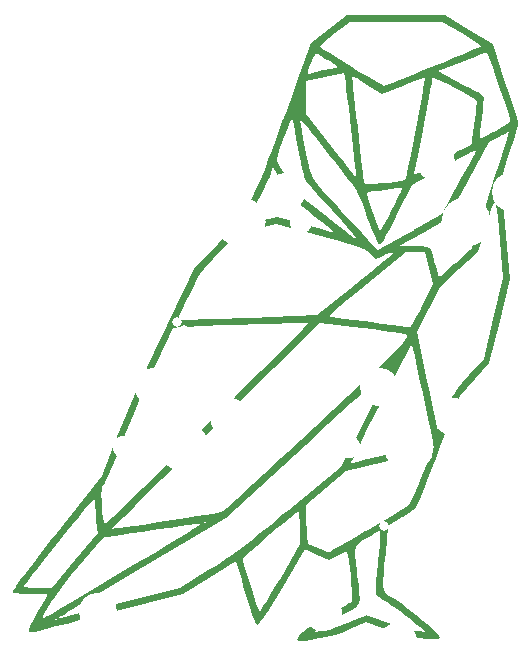
<source format=gbr>
%TF.GenerationSoftware,KiCad,Pcbnew,(6.0.6-0)*%
%TF.CreationDate,2022-08-16T09:08:47-07:00*%
%TF.ProjectId,purple-owl,70757270-6c65-42d6-9f77-6c2e6b696361,1.0*%
%TF.SameCoordinates,Original*%
%TF.FileFunction,Legend,Bot*%
%TF.FilePolarity,Positive*%
%FSLAX46Y46*%
G04 Gerber Fmt 4.6, Leading zero omitted, Abs format (unit mm)*
G04 Created by KiCad (PCBNEW (6.0.6-0)) date 2022-08-16 09:08:47*
%MOMM*%
%LPD*%
G01*
G04 APERTURE LIST*
G04 Aperture macros list*
%AMRoundRect*
0 Rectangle with rounded corners*
0 $1 Rounding radius*
0 $2 $3 $4 $5 $6 $7 $8 $9 X,Y pos of 4 corners*
0 Add a 4 corners polygon primitive as box body*
4,1,4,$2,$3,$4,$5,$6,$7,$8,$9,$2,$3,0*
0 Add four circle primitives for the rounded corners*
1,1,$1+$1,$2,$3*
1,1,$1+$1,$4,$5*
1,1,$1+$1,$6,$7*
1,1,$1+$1,$8,$9*
0 Add four rect primitives between the rounded corners*
20,1,$1+$1,$2,$3,$4,$5,0*
20,1,$1+$1,$4,$5,$6,$7,0*
20,1,$1+$1,$6,$7,$8,$9,0*
20,1,$1+$1,$8,$9,$2,$3,0*%
G04 Aperture macros list end*
%ADD10C,1.600000*%
%ADD11C,3.248000*%
%ADD12C,1.901800*%
%ADD13C,4.187800*%
%ADD14RoundRect,0.450000X0.400000X-0.350000X0.400000X0.350000X-0.400000X0.350000X-0.400000X-0.350000X0*%
%ADD15C,0.800000*%
G04 APERTURE END LIST*
%TO.C,G\u002A\u002A\u002A*%
G36*
X106020122Y-148457293D02*
G01*
X106680294Y-148025584D01*
X107423099Y-147589225D01*
X107747468Y-147412780D01*
X108338397Y-147096041D01*
X108844864Y-146819244D01*
X109223150Y-146606687D01*
X109429536Y-146482670D01*
X109452870Y-146464896D01*
X109474886Y-146306299D01*
X109466469Y-145949078D01*
X109433245Y-145445044D01*
X109380838Y-144846009D01*
X109314873Y-144203781D01*
X109240976Y-143570173D01*
X109164771Y-142996995D01*
X109091883Y-142536057D01*
X109027937Y-142239171D01*
X108984904Y-142154493D01*
X108808400Y-142221845D01*
X108486574Y-142383371D01*
X108189681Y-142547222D01*
X107524715Y-142927677D01*
X106499025Y-142481667D01*
X105473334Y-142035657D01*
X103582748Y-145218294D01*
X102939114Y-146288884D01*
X102407903Y-147144656D01*
X101991425Y-147782119D01*
X101691987Y-148197779D01*
X101511899Y-148388145D01*
X101478757Y-148400932D01*
X101342472Y-148318003D01*
X101191785Y-148050097D01*
X101012500Y-147568536D01*
X100914613Y-147261188D01*
X100726141Y-146650678D01*
X100493451Y-145899782D01*
X100250120Y-145116741D01*
X100085159Y-144587326D01*
X99606442Y-143053209D01*
X97353507Y-144433298D01*
X95100572Y-145813388D01*
X88779014Y-147432801D01*
X87535429Y-147750451D01*
X86365623Y-148047475D01*
X85294389Y-148317704D01*
X84346520Y-148554966D01*
X83546810Y-148753091D01*
X82920052Y-148905908D01*
X82491041Y-149007247D01*
X82284568Y-149050937D01*
X82272205Y-149052214D01*
X82133591Y-149003199D01*
X82106648Y-148840017D01*
X82199440Y-148538463D01*
X82420030Y-148074332D01*
X82490836Y-147945034D01*
X84301314Y-147945034D01*
X84366442Y-148010162D01*
X84431571Y-147945034D01*
X84366442Y-147879906D01*
X84301314Y-147945034D01*
X82490836Y-147945034D01*
X82530973Y-147871741D01*
X84580368Y-147871741D01*
X84611375Y-147879852D01*
X84616219Y-147879906D01*
X84761667Y-147848565D01*
X85132065Y-147759117D01*
X85700083Y-147618425D01*
X86438388Y-147433350D01*
X87319651Y-147210755D01*
X88316539Y-146957501D01*
X89401723Y-146680452D01*
X89813023Y-146575113D01*
X94903333Y-145270319D01*
X97278996Y-143807164D01*
X97903070Y-143417856D01*
X98478566Y-143045882D01*
X98869995Y-142780776D01*
X100201247Y-142780776D01*
X100233771Y-142981646D01*
X100330669Y-143363472D01*
X100476985Y-143879216D01*
X100657762Y-144481837D01*
X100858046Y-145124298D01*
X101062880Y-145759558D01*
X101257308Y-146340578D01*
X101426374Y-146820319D01*
X101555122Y-147151742D01*
X101628597Y-147287807D01*
X101634373Y-147288217D01*
X101724619Y-147164061D01*
X101927787Y-146846156D01*
X102224919Y-146365418D01*
X102597058Y-145752763D01*
X103025246Y-145039108D01*
X103395075Y-144416810D01*
X105059240Y-141605065D01*
X105024744Y-140216075D01*
X105006937Y-139644456D01*
X104985602Y-139178722D01*
X104963714Y-138874446D01*
X104948140Y-138784914D01*
X104833586Y-138843887D01*
X104556597Y-139046516D01*
X104150588Y-139364674D01*
X103648972Y-139770232D01*
X103085166Y-140235063D01*
X102492583Y-140731039D01*
X101904637Y-141230032D01*
X101354744Y-141703913D01*
X100876318Y-142124555D01*
X100502774Y-142463831D01*
X100267526Y-142693612D01*
X100201247Y-142780776D01*
X98869995Y-142780776D01*
X99035000Y-142669022D01*
X99601888Y-142265054D01*
X100208746Y-141811756D01*
X100885091Y-141286908D01*
X101660439Y-140668289D01*
X102564305Y-139933677D01*
X103626208Y-139060850D01*
X104067006Y-138696829D01*
X104609841Y-138248130D01*
X105533109Y-138248130D01*
X105547246Y-139123761D01*
X105569014Y-139735678D01*
X105610119Y-140385267D01*
X105644939Y-140769584D01*
X105728494Y-141539775D01*
X106575160Y-141904372D01*
X106998341Y-142084713D01*
X107316246Y-142216634D01*
X107464454Y-142273437D01*
X107466927Y-142273924D01*
X107586381Y-142211926D01*
X107901910Y-142034253D01*
X108385048Y-141757319D01*
X109007327Y-141397536D01*
X109740280Y-140971318D01*
X110555439Y-140495079D01*
X110759600Y-140375482D01*
X111603579Y-139878422D01*
X112382816Y-139414917D01*
X113066371Y-139003732D01*
X113623305Y-138663633D01*
X114022676Y-138413383D01*
X114233546Y-138271750D01*
X114249579Y-138258816D01*
X114359215Y-138088453D01*
X114535007Y-137732052D01*
X114758195Y-137236081D01*
X115010021Y-136647009D01*
X115271724Y-136011306D01*
X115524545Y-135375439D01*
X115749723Y-134785879D01*
X115928500Y-134289093D01*
X116042116Y-133931550D01*
X116071811Y-133759720D01*
X116068446Y-133753363D01*
X115932578Y-133768617D01*
X115576444Y-133839243D01*
X115032635Y-133957925D01*
X114333741Y-134117346D01*
X113512355Y-134310188D01*
X112601067Y-134529136D01*
X112458856Y-134563723D01*
X108904691Y-135429509D01*
X107218900Y-136838819D01*
X105533109Y-138248130D01*
X104609841Y-138248130D01*
X108479354Y-135049650D01*
X108645662Y-134724009D01*
X109360733Y-134724009D01*
X109500763Y-134693811D01*
X109860104Y-134608648D01*
X110405311Y-134476665D01*
X111102940Y-134306006D01*
X111919550Y-134104816D01*
X112821696Y-133881240D01*
X112846533Y-133875067D01*
X113747638Y-133650208D01*
X114561175Y-133445494D01*
X115254300Y-133269329D01*
X115794168Y-133130116D01*
X116147935Y-133036258D01*
X116282756Y-132996157D01*
X116283101Y-132995837D01*
X116265775Y-132861423D01*
X116200567Y-132509186D01*
X116095248Y-131975802D01*
X115957589Y-131297947D01*
X115795358Y-130512297D01*
X115616328Y-129655528D01*
X115428267Y-128764316D01*
X115238947Y-127875338D01*
X115056138Y-127025269D01*
X114887610Y-126250785D01*
X114741133Y-125588562D01*
X114624478Y-125075277D01*
X114545416Y-124747606D01*
X114513231Y-124642033D01*
X114441182Y-124739224D01*
X114264418Y-125046040D01*
X113995185Y-125539330D01*
X113645730Y-126195941D01*
X113228303Y-126992719D01*
X112755150Y-127906510D01*
X112238518Y-128914163D01*
X111865517Y-129647293D01*
X111329318Y-130707481D01*
X110834071Y-131692622D01*
X110391361Y-132579231D01*
X110012774Y-133343828D01*
X109709896Y-133962928D01*
X109494314Y-134413050D01*
X109377612Y-134670711D01*
X109360733Y-134724009D01*
X108645662Y-134724009D01*
X110674617Y-130751188D01*
X111284391Y-129548591D01*
X111780687Y-128551190D01*
X112161475Y-127763332D01*
X112424723Y-127189364D01*
X112568400Y-126833632D01*
X112590475Y-126700484D01*
X112561489Y-126713239D01*
X112416007Y-126843448D01*
X112095340Y-127135466D01*
X111615711Y-127574385D01*
X110993343Y-128145294D01*
X110244458Y-128833284D01*
X109385280Y-129623444D01*
X108432032Y-130500865D01*
X107400937Y-131450637D01*
X106308216Y-132457850D01*
X105520247Y-133184559D01*
X98787397Y-139395367D01*
X91772304Y-143528830D01*
X90302729Y-144394942D01*
X89042424Y-145138346D01*
X87976077Y-145768351D01*
X87088373Y-146294268D01*
X86364001Y-146725409D01*
X85787647Y-147071083D01*
X85343997Y-147340602D01*
X85017740Y-147543276D01*
X84793561Y-147688417D01*
X84656149Y-147785334D01*
X84590189Y-147843338D01*
X84580368Y-147871741D01*
X82530973Y-147871741D01*
X82572954Y-147795080D01*
X83259358Y-147795080D01*
X83356107Y-147807886D01*
X83597014Y-147703235D01*
X83682596Y-147654813D01*
X83871515Y-147543120D01*
X84263046Y-147311832D01*
X84835457Y-146973781D01*
X85567018Y-146541798D01*
X86435997Y-146028715D01*
X87420661Y-145447362D01*
X88499280Y-144810572D01*
X89650121Y-144131177D01*
X90476420Y-143643392D01*
X91644605Y-142951609D01*
X92738794Y-142299401D01*
X93739578Y-141698625D01*
X94627549Y-141161138D01*
X95383297Y-140698796D01*
X95987416Y-140323456D01*
X96420495Y-140046976D01*
X96663126Y-139881211D01*
X96707991Y-139836491D01*
X96548950Y-139843642D01*
X96164979Y-139886014D01*
X95588639Y-139959260D01*
X94852492Y-140059034D01*
X93989098Y-140180990D01*
X93031018Y-140320783D01*
X92611682Y-140383250D01*
X91623794Y-140530660D01*
X90717259Y-140664711D01*
X89924617Y-140780687D01*
X89278410Y-140873871D01*
X88811177Y-140939550D01*
X88555459Y-140973007D01*
X88519096Y-140976316D01*
X88381232Y-141074431D01*
X88110834Y-141347675D01*
X87733828Y-141764399D01*
X87276138Y-142292955D01*
X86763689Y-142901692D01*
X86222408Y-143558961D01*
X85678220Y-144233114D01*
X85157050Y-144892499D01*
X84684823Y-145505470D01*
X84287465Y-146040375D01*
X83990900Y-146465566D01*
X83883803Y-146635022D01*
X83611732Y-147103460D01*
X83399652Y-147489736D01*
X83277457Y-147738316D01*
X83259358Y-147795080D01*
X82572954Y-147795080D01*
X82776482Y-147423419D01*
X82868494Y-147262228D01*
X83170461Y-146731884D01*
X83418193Y-146289034D01*
X83586453Y-145979346D01*
X83650002Y-145848491D01*
X83650032Y-145847982D01*
X83528530Y-145827042D01*
X83199027Y-145810110D01*
X82714025Y-145799093D01*
X82213123Y-145795803D01*
X81541549Y-145787706D01*
X81092743Y-145760453D01*
X80829376Y-145709606D01*
X80714119Y-145630726D01*
X80707507Y-145616753D01*
X80771575Y-145477195D01*
X80961824Y-145189616D01*
X81653293Y-145189616D01*
X81802836Y-145239321D01*
X82141162Y-145266033D01*
X82702243Y-145274711D01*
X82773712Y-145274778D01*
X84013392Y-145274778D01*
X85957888Y-142962726D01*
X87902384Y-140650675D01*
X87875490Y-140336047D01*
X89055673Y-140336047D01*
X89576699Y-140256395D01*
X89832231Y-140217687D01*
X90309550Y-140145730D01*
X90972809Y-140045912D01*
X91786162Y-139923625D01*
X92713765Y-139784259D01*
X93015985Y-139738880D01*
X96936186Y-139738880D01*
X97001314Y-139804009D01*
X97066442Y-139738880D01*
X97001314Y-139673752D01*
X96936186Y-139738880D01*
X93015985Y-139738880D01*
X93719772Y-139633205D01*
X94218809Y-139558305D01*
X95374284Y-139383518D01*
X96300368Y-139239273D01*
X97025616Y-139119633D01*
X97578584Y-139018658D01*
X97987827Y-138930411D01*
X98281899Y-138848953D01*
X98489356Y-138768346D01*
X98638753Y-138682651D01*
X98716407Y-138622964D01*
X98871030Y-138485137D01*
X99201289Y-138184924D01*
X99691494Y-137736746D01*
X100325955Y-137155027D01*
X101088981Y-136454187D01*
X101964882Y-135648649D01*
X102937969Y-134752834D01*
X103992550Y-133781166D01*
X105112937Y-132748066D01*
X106283437Y-131667956D01*
X106389856Y-131569715D01*
X107836234Y-130232749D01*
X109100455Y-129059831D01*
X110193306Y-128039964D01*
X111125569Y-127162151D01*
X111908029Y-126415394D01*
X112551470Y-125788694D01*
X113066675Y-125271055D01*
X113464429Y-124851478D01*
X113755516Y-124518966D01*
X113950719Y-124262520D01*
X114060823Y-124071144D01*
X114096612Y-123933838D01*
X114068869Y-123839607D01*
X114015932Y-123792455D01*
X113857363Y-123756116D01*
X113474633Y-123693597D01*
X112902237Y-123609770D01*
X112737624Y-123587085D01*
X114947310Y-123587085D01*
X115808671Y-127787613D01*
X116017485Y-128794384D01*
X116212897Y-129714596D01*
X116388219Y-130518434D01*
X116536762Y-131176084D01*
X116651838Y-131657731D01*
X116726758Y-131933561D01*
X116751032Y-131988382D01*
X116824417Y-131873761D01*
X116969317Y-131559312D01*
X117166589Y-131089439D01*
X117397094Y-130508543D01*
X117464321Y-130333778D01*
X117722735Y-129668921D01*
X117938044Y-129167225D01*
X118151874Y-128760838D01*
X118405854Y-128381912D01*
X118741611Y-127962596D01*
X119200773Y-127435041D01*
X119337167Y-127281168D01*
X120577724Y-125883405D01*
X121401989Y-122488582D01*
X122226254Y-119093760D01*
X121946415Y-115934782D01*
X121845250Y-114817529D01*
X121760406Y-113940870D01*
X121689268Y-113285577D01*
X121629224Y-112832419D01*
X121577660Y-112562168D01*
X121531962Y-112455593D01*
X121489516Y-112493466D01*
X121481641Y-112515291D01*
X121429953Y-112677670D01*
X121313962Y-113044482D01*
X121147576Y-113571666D01*
X120944704Y-114215158D01*
X120782450Y-114730210D01*
X120125936Y-116814874D01*
X118488493Y-118295668D01*
X116851050Y-119776463D01*
X114947310Y-123587085D01*
X112737624Y-123587085D01*
X112174668Y-123509505D01*
X111326421Y-123397675D01*
X110391990Y-123279152D01*
X110303682Y-123268179D01*
X106720603Y-122823734D01*
X98930189Y-130522645D01*
X97716263Y-131722641D01*
X96535293Y-132890690D01*
X95403335Y-134010877D01*
X94336445Y-135067283D01*
X93350679Y-136043991D01*
X92462092Y-136925085D01*
X91686741Y-137694647D01*
X91040680Y-138336760D01*
X90539966Y-138835508D01*
X90200655Y-139174973D01*
X90097724Y-139278801D01*
X89055673Y-140336047D01*
X87875490Y-140336047D01*
X87796610Y-139413239D01*
X87746494Y-138834980D01*
X87700989Y-138324180D01*
X87667043Y-137958219D01*
X87656844Y-137856257D01*
X87621880Y-137803765D01*
X87527889Y-137844267D01*
X87361291Y-137993331D01*
X87108505Y-138266529D01*
X86755950Y-138679431D01*
X86290046Y-139247607D01*
X85697213Y-139986627D01*
X84963869Y-140912063D01*
X84702972Y-141242923D01*
X84028444Y-142099232D01*
X83402118Y-142894592D01*
X82842965Y-143604895D01*
X82369956Y-144206032D01*
X82002060Y-144673896D01*
X81758247Y-144984376D01*
X81658561Y-145111957D01*
X81653293Y-145189616D01*
X80961824Y-145189616D01*
X80986985Y-145151582D01*
X81341343Y-144656482D01*
X81822249Y-144008464D01*
X82417309Y-143224095D01*
X83114123Y-142319945D01*
X83900297Y-141312581D01*
X84456467Y-140606357D01*
X86991819Y-137397811D01*
X88229055Y-137397811D01*
X88254685Y-137931089D01*
X88272123Y-138215475D01*
X88314264Y-138813719D01*
X88359372Y-139331928D01*
X88401214Y-139704133D01*
X88426117Y-139845741D01*
X88479036Y-139846885D01*
X88618457Y-139755868D01*
X88852961Y-139564462D01*
X89191127Y-139264437D01*
X89641535Y-138847565D01*
X90212765Y-138305617D01*
X90913397Y-137630363D01*
X91752010Y-136813576D01*
X92737183Y-135847025D01*
X93877498Y-134722482D01*
X95181532Y-133431719D01*
X96657867Y-131966506D01*
X97117905Y-131509331D01*
X98362578Y-130271157D01*
X99552637Y-129085496D01*
X100675334Y-127965154D01*
X101717922Y-126922933D01*
X102667651Y-125971638D01*
X103511775Y-125124072D01*
X104237545Y-124393041D01*
X104832212Y-123791347D01*
X105283030Y-123331796D01*
X105577249Y-123027190D01*
X105702122Y-122890334D01*
X105705574Y-122883963D01*
X105571233Y-122875173D01*
X105209674Y-122875054D01*
X104654015Y-122882604D01*
X103937369Y-122896824D01*
X103092853Y-122916715D01*
X102153584Y-122941278D01*
X101152676Y-122969512D01*
X100123246Y-123000418D01*
X99098409Y-123032997D01*
X98111282Y-123066249D01*
X97194981Y-123099174D01*
X96382620Y-123130774D01*
X95707316Y-123160048D01*
X95202185Y-123185997D01*
X94900343Y-123207622D01*
X94869879Y-123211013D01*
X94301521Y-123281836D01*
X92902865Y-126169845D01*
X92449194Y-127134791D01*
X91939036Y-128267241D01*
X91405703Y-129490153D01*
X90882509Y-130726485D01*
X90402766Y-131899195D01*
X90161521Y-132509650D01*
X89800167Y-133425264D01*
X89452825Y-134280511D01*
X89134858Y-135039458D01*
X88861626Y-135666170D01*
X88648492Y-136124714D01*
X88510818Y-136379155D01*
X88501869Y-136391885D01*
X88361997Y-136596270D01*
X88275027Y-136791393D01*
X88233274Y-137038243D01*
X88229055Y-137397811D01*
X86991819Y-137397811D01*
X88274135Y-135775011D01*
X89635752Y-132286176D01*
X90184044Y-130920432D01*
X90790349Y-129487780D01*
X91470580Y-127952657D01*
X92240651Y-126279500D01*
X93116478Y-124432745D01*
X93577439Y-123477645D01*
X94044763Y-122514096D01*
X94717826Y-122514096D01*
X94720269Y-122543737D01*
X94750825Y-122566965D01*
X94831165Y-122583543D01*
X94982959Y-122593236D01*
X95227875Y-122595805D01*
X95587584Y-122591016D01*
X96083756Y-122578631D01*
X96738059Y-122558414D01*
X97572165Y-122530127D01*
X98607742Y-122493536D01*
X99866460Y-122448402D01*
X100919175Y-122410623D01*
X104490009Y-122282696D01*
X107565605Y-122282696D01*
X107607141Y-122328734D01*
X107627918Y-122333279D01*
X107841444Y-122363498D01*
X108273745Y-122422449D01*
X108885317Y-122504827D01*
X109636656Y-122605325D01*
X110488257Y-122718637D01*
X111134135Y-122804228D01*
X112015873Y-122921212D01*
X112809648Y-123027166D01*
X113479694Y-123117263D01*
X113990248Y-123186676D01*
X114305547Y-123230582D01*
X114392627Y-123243932D01*
X114470276Y-123139608D01*
X114641595Y-122840003D01*
X114885706Y-122383812D01*
X115181727Y-121809730D01*
X115391826Y-121392212D01*
X116323814Y-119522980D01*
X115992306Y-118200930D01*
X115660797Y-116878880D01*
X114025549Y-116878880D01*
X110669266Y-119581701D01*
X109744913Y-120328532D01*
X109008810Y-120929774D01*
X108444201Y-121400586D01*
X108034331Y-121756125D01*
X107762445Y-122011550D01*
X107611789Y-122182021D01*
X107565605Y-122282696D01*
X104490009Y-122282696D01*
X106488891Y-122211085D01*
X109299975Y-119942712D01*
X110273657Y-119156681D01*
X111062127Y-118518628D01*
X111683036Y-118013086D01*
X112154031Y-117624586D01*
X112492762Y-117337660D01*
X112716877Y-117136841D01*
X112844025Y-117006659D01*
X112891855Y-116931647D01*
X112878016Y-116896337D01*
X112820156Y-116885260D01*
X112789715Y-116884174D01*
X112535111Y-116938021D01*
X112171467Y-117079636D01*
X112025258Y-117149939D01*
X111493939Y-117420998D01*
X111046840Y-116987653D01*
X110900125Y-116858234D01*
X110725733Y-116739805D01*
X110493989Y-116621974D01*
X110175215Y-116494348D01*
X109739735Y-116346533D01*
X109157872Y-116168138D01*
X108399948Y-115948770D01*
X107436288Y-115678036D01*
X106812044Y-115504640D01*
X103024346Y-114454972D01*
X101346644Y-114908647D01*
X99668943Y-115362322D01*
X98185202Y-116878023D01*
X97633330Y-117446309D01*
X97215115Y-117898185D01*
X96888009Y-118293715D01*
X96609465Y-118692964D01*
X96336936Y-119155998D01*
X96027877Y-119742882D01*
X95711644Y-120370059D01*
X95384715Y-121030264D01*
X95103320Y-121612710D01*
X94886759Y-122076294D01*
X94754330Y-122379908D01*
X94721827Y-122478278D01*
X94717826Y-122514096D01*
X94044763Y-122514096D01*
X96157509Y-118157949D01*
X98057908Y-116166910D01*
X98612465Y-115579510D01*
X99100638Y-115041564D01*
X99534950Y-114528993D01*
X99597577Y-114447512D01*
X100596301Y-114447512D01*
X100637587Y-114508868D01*
X100666099Y-114504730D01*
X100899227Y-114442475D01*
X101309795Y-114335331D01*
X101822821Y-114202823D01*
X102016186Y-114153175D01*
X103123365Y-113869362D01*
X105402853Y-114516617D01*
X106262974Y-114760571D01*
X106902171Y-114939851D01*
X107350163Y-115060812D01*
X107636668Y-115129806D01*
X107791405Y-115153187D01*
X107844094Y-115137307D01*
X107824454Y-115088520D01*
X107770354Y-115022726D01*
X107623802Y-114890941D01*
X107308460Y-114631579D01*
X106862512Y-114275267D01*
X106324144Y-113852632D01*
X105943355Y-113557342D01*
X105307572Y-113062834D01*
X104835501Y-112678597D01*
X104482977Y-112357885D01*
X104205837Y-112053953D01*
X103959915Y-111720056D01*
X103701047Y-111309447D01*
X103500468Y-110971710D01*
X102745312Y-109688642D01*
X102572444Y-110190172D01*
X102454812Y-110476168D01*
X102241819Y-110941413D01*
X101958165Y-111533956D01*
X101628549Y-112201847D01*
X101411384Y-112632087D01*
X101041772Y-113368700D01*
X100788989Y-113901056D01*
X100643634Y-114252784D01*
X100596301Y-114447512D01*
X99597577Y-114447512D01*
X99927922Y-114017716D01*
X100292078Y-113483653D01*
X100639939Y-112902724D01*
X100984027Y-112250848D01*
X101336865Y-111503945D01*
X101710976Y-110637935D01*
X102118880Y-109628737D01*
X102367421Y-108984999D01*
X103058237Y-108984999D01*
X103121242Y-109140291D01*
X103292775Y-109470099D01*
X103546614Y-109925984D01*
X103855496Y-110457749D01*
X104652755Y-111804813D01*
X107134271Y-113755693D01*
X108047879Y-114468270D01*
X108766332Y-115015738D01*
X109293740Y-115400798D01*
X109634210Y-115626155D01*
X109791851Y-115694512D01*
X109770771Y-115608572D01*
X109575079Y-115371039D01*
X109554549Y-115348367D01*
X108559355Y-114251858D01*
X107728278Y-113330888D01*
X107048109Y-112570152D01*
X106505643Y-111954339D01*
X106087671Y-111468143D01*
X105780986Y-111096255D01*
X105572382Y-110823367D01*
X105448650Y-110634171D01*
X105403146Y-110536621D01*
X105338595Y-110287751D01*
X105238296Y-109834521D01*
X105113085Y-109228881D01*
X104973803Y-108522783D01*
X104878397Y-108021444D01*
X104739445Y-107288426D01*
X104612109Y-106631751D01*
X104506045Y-106100060D01*
X104430907Y-105741997D01*
X104401955Y-105620960D01*
X104330567Y-105618910D01*
X104189628Y-105864709D01*
X103978692Y-106359296D01*
X103697313Y-107103612D01*
X103693345Y-107114509D01*
X103465492Y-107748891D01*
X103273863Y-108298449D01*
X103134597Y-108715649D01*
X103063835Y-108952959D01*
X103058237Y-108984999D01*
X102367421Y-108984999D01*
X102573102Y-108452270D01*
X103086163Y-107084456D01*
X103635538Y-105596154D01*
X105049339Y-105596154D01*
X105057087Y-105733753D01*
X105109066Y-106086007D01*
X105198355Y-106612130D01*
X105318033Y-107271336D01*
X105460938Y-108021601D01*
X105634143Y-108891331D01*
X105775866Y-109544826D01*
X105897989Y-110022728D01*
X106012394Y-110365682D01*
X106130962Y-110614328D01*
X106265576Y-110809312D01*
X106281671Y-110828986D01*
X106550106Y-111143028D01*
X106936796Y-111582325D01*
X107415976Y-112118772D01*
X107961882Y-112724265D01*
X108548751Y-113370701D01*
X109150818Y-114029974D01*
X109742318Y-114673982D01*
X110297489Y-115274619D01*
X110790565Y-115803781D01*
X111195782Y-116233365D01*
X111487377Y-116535265D01*
X111639584Y-116681379D01*
X111655160Y-116690513D01*
X111782147Y-116619695D01*
X112103404Y-116438472D01*
X112252974Y-116353864D01*
X113413622Y-116353864D01*
X114667673Y-116355859D01*
X115370586Y-116373838D01*
X115827419Y-116426127D01*
X116050531Y-116514214D01*
X116059327Y-116523657D01*
X116151372Y-116719147D01*
X116279971Y-117100101D01*
X116422946Y-117598177D01*
X116482040Y-117826221D01*
X116614458Y-118327589D01*
X116729743Y-118716001D01*
X116810465Y-118934820D01*
X116831822Y-118962983D01*
X116946432Y-118880134D01*
X117215889Y-118652918D01*
X117603298Y-118313330D01*
X118071771Y-117893367D01*
X118216084Y-117762420D01*
X118699530Y-117323516D01*
X119109858Y-116952763D01*
X119410756Y-116682837D01*
X119565911Y-116546416D01*
X119578410Y-116536520D01*
X119625592Y-116411930D01*
X119740798Y-116071265D01*
X119913683Y-115546896D01*
X120133903Y-114871192D01*
X120391110Y-114076525D01*
X120674961Y-113195264D01*
X120975108Y-112259781D01*
X121281208Y-111302445D01*
X121582914Y-110355627D01*
X121869880Y-109451697D01*
X122131762Y-108623025D01*
X122358213Y-107901983D01*
X122538889Y-107320939D01*
X122663443Y-106912266D01*
X122721530Y-106708333D01*
X122724473Y-106692719D01*
X122622766Y-106707809D01*
X122351318Y-106830593D01*
X121964481Y-107035915D01*
X121880126Y-107083488D01*
X121033297Y-107565547D01*
X119242434Y-110819816D01*
X117451571Y-114074086D01*
X115432596Y-115213975D01*
X113413622Y-116353864D01*
X112252974Y-116353864D01*
X112586679Y-116165096D01*
X113199719Y-115817822D01*
X113910269Y-115414905D01*
X114390545Y-115142371D01*
X117060801Y-113626722D01*
X118536096Y-110942540D01*
X118949733Y-110184793D01*
X119314784Y-109506111D01*
X119614423Y-108938600D01*
X119831826Y-108514368D01*
X119950168Y-108265523D01*
X119966279Y-108213247D01*
X119845078Y-108261440D01*
X119528980Y-108420989D01*
X119049786Y-108674889D01*
X118439292Y-109006138D01*
X117729299Y-109397730D01*
X117222783Y-109680339D01*
X114524397Y-111192541D01*
X113358574Y-113482121D01*
X112987443Y-114204863D01*
X112644625Y-114861060D01*
X112351825Y-115410060D01*
X112130746Y-115811211D01*
X112003095Y-116023861D01*
X111997045Y-116032214D01*
X111832194Y-116206250D01*
X111695493Y-116172668D01*
X111618436Y-116097342D01*
X111514010Y-115911247D01*
X111345493Y-115525528D01*
X111131950Y-114987447D01*
X110892447Y-114344264D01*
X110751403Y-113948111D01*
X110501694Y-113252353D01*
X110263904Y-112621216D01*
X110058292Y-112106224D01*
X109931818Y-111819453D01*
X110679374Y-111819453D01*
X110697376Y-111958852D01*
X110792283Y-112294766D01*
X110949375Y-112779842D01*
X111153930Y-113366728D01*
X111200094Y-113494502D01*
X111417710Y-114098057D01*
X111598997Y-114610012D01*
X111727245Y-114982491D01*
X111785744Y-115167616D01*
X111787600Y-115177812D01*
X111844986Y-115093849D01*
X112002338Y-114815093D01*
X112239747Y-114378046D01*
X112537306Y-113819209D01*
X112769384Y-113377672D01*
X113095329Y-112745786D01*
X113368994Y-112198546D01*
X113571297Y-111775492D01*
X113683158Y-111516163D01*
X113697913Y-111453599D01*
X113554990Y-111446687D01*
X113217971Y-111470151D01*
X112750474Y-111516279D01*
X112216119Y-111577360D01*
X111678522Y-111645685D01*
X111201303Y-111713543D01*
X110848080Y-111773222D01*
X110682470Y-111817012D01*
X110679374Y-111819453D01*
X109931818Y-111819453D01*
X109905114Y-111758904D01*
X109851729Y-111659823D01*
X109688139Y-111428174D01*
X109401930Y-111045986D01*
X109017199Y-110543685D01*
X108558043Y-109951698D01*
X108048559Y-109300450D01*
X107512844Y-108620366D01*
X106974996Y-107941873D01*
X106459111Y-107295395D01*
X105989286Y-106711360D01*
X105589618Y-106220192D01*
X105284204Y-105852317D01*
X105097142Y-105638161D01*
X105049339Y-105596154D01*
X103635538Y-105596154D01*
X103670584Y-105501212D01*
X103792498Y-105169171D01*
X105533109Y-105169171D01*
X107649776Y-107879443D01*
X108214544Y-108600493D01*
X108724682Y-109247765D01*
X109159012Y-109794717D01*
X109496359Y-110214807D01*
X109715545Y-110481493D01*
X109795228Y-110568503D01*
X109788357Y-110438894D01*
X109755263Y-110081712D01*
X109699215Y-109528221D01*
X109623479Y-108809687D01*
X109531325Y-107957375D01*
X109426020Y-107002550D01*
X109371697Y-106516419D01*
X109257053Y-105500927D01*
X109148728Y-104553038D01*
X109050865Y-103708113D01*
X108967607Y-103001512D01*
X108903097Y-102468597D01*
X108861477Y-102144729D01*
X108851982Y-102080526D01*
X108832570Y-101963871D01*
X109466981Y-101963871D01*
X109472487Y-102095045D01*
X109503730Y-102448608D01*
X109556727Y-102988137D01*
X109627493Y-103677209D01*
X109712043Y-104479402D01*
X109806395Y-105358293D01*
X109906563Y-106277459D01*
X110008563Y-107200477D01*
X110108412Y-108090925D01*
X110202124Y-108912379D01*
X110285717Y-109628417D01*
X110355206Y-110202615D01*
X110406606Y-110598552D01*
X110425249Y-110724265D01*
X110462447Y-110910818D01*
X110528847Y-111038431D01*
X110663656Y-111111647D01*
X110906083Y-111135012D01*
X111295337Y-111113069D01*
X111870626Y-111050365D01*
X112533471Y-110968623D01*
X113098217Y-110890769D01*
X113563571Y-110812815D01*
X113870483Y-110745458D01*
X113959483Y-110710284D01*
X114001274Y-110569575D01*
X114083082Y-110210498D01*
X114086941Y-110192306D01*
X114716191Y-110192306D01*
X114727040Y-110268358D01*
X114824828Y-110275678D01*
X115034147Y-110203004D01*
X115379583Y-110039077D01*
X115885727Y-109772639D01*
X116577166Y-109392429D01*
X117093628Y-109103646D01*
X117812831Y-108699586D01*
X118450497Y-108340675D01*
X118973362Y-108045688D01*
X119348168Y-107833400D01*
X119541651Y-107722587D01*
X119560717Y-107710988D01*
X119586957Y-107579747D01*
X119634875Y-107247332D01*
X119697471Y-106771496D01*
X119767743Y-106209996D01*
X119838690Y-105620585D01*
X119903309Y-105061019D01*
X119954601Y-104589052D01*
X119985563Y-104262439D01*
X119991479Y-104157628D01*
X119919658Y-104021751D01*
X119689708Y-103831330D01*
X119279767Y-103572073D01*
X118667974Y-103229684D01*
X118160046Y-102960142D01*
X117536214Y-102637837D01*
X116998147Y-102367644D01*
X116585647Y-102168927D01*
X116338521Y-102061049D01*
X116285743Y-102048347D01*
X116252003Y-102183124D01*
X116177017Y-102542524D01*
X116066960Y-103095009D01*
X115928004Y-103809041D01*
X115766323Y-104653082D01*
X115588088Y-105595593D01*
X115511790Y-106002470D01*
X115326687Y-106989966D01*
X115154574Y-107904324D01*
X115001924Y-108711451D01*
X114875211Y-109377256D01*
X114780909Y-109867648D01*
X114725492Y-110148534D01*
X114716191Y-110192306D01*
X114086941Y-110192306D01*
X114197897Y-109669296D01*
X114338705Y-108982214D01*
X114498496Y-108185493D01*
X114670258Y-107315377D01*
X114846977Y-106408110D01*
X115021644Y-105499934D01*
X115187245Y-104627092D01*
X115336769Y-103825828D01*
X115463204Y-103132385D01*
X115559538Y-102583006D01*
X115618760Y-102213934D01*
X115633857Y-102061413D01*
X115633075Y-102059777D01*
X115508054Y-102093736D01*
X115184505Y-102210516D01*
X114704905Y-102394031D01*
X114111732Y-102628192D01*
X113781089Y-102761156D01*
X111960781Y-103497536D01*
X110733355Y-102713139D01*
X110240106Y-102402943D01*
X109834240Y-102157190D01*
X109561233Y-102002789D01*
X109466981Y-101963871D01*
X108832570Y-101963871D01*
X108784585Y-101675504D01*
X107158847Y-102013244D01*
X105533109Y-102350983D01*
X105533109Y-105169171D01*
X103792498Y-105169171D01*
X103829810Y-105067550D01*
X104179777Y-104113752D01*
X104751571Y-104113752D01*
X104799229Y-104220968D01*
X104838408Y-104200590D01*
X104853997Y-104046006D01*
X104838408Y-104026914D01*
X104760971Y-104044795D01*
X104751571Y-104113752D01*
X104179777Y-104113752D01*
X105063673Y-101704784D01*
X105689704Y-101704784D01*
X105726364Y-101759056D01*
X105818749Y-101737382D01*
X106026074Y-101680016D01*
X106416850Y-101589172D01*
X106918859Y-101481372D01*
X107103781Y-101443441D01*
X107603675Y-101339284D01*
X107994029Y-101252516D01*
X108213873Y-101196917D01*
X108240330Y-101186567D01*
X108158344Y-101108461D01*
X107913740Y-100936771D01*
X107568196Y-100710425D01*
X107183385Y-100468352D01*
X106820984Y-100249481D01*
X106542668Y-100092742D01*
X106420463Y-100037885D01*
X106309621Y-100133060D01*
X106155000Y-100406845D01*
X106045073Y-100661957D01*
X105840499Y-101196905D01*
X105724896Y-101530957D01*
X105689704Y-101704784D01*
X105063673Y-101704784D01*
X105900571Y-99423905D01*
X106705417Y-99423905D01*
X106811328Y-99521135D01*
X107104287Y-99728063D01*
X107547133Y-100021732D01*
X108102704Y-100379186D01*
X108733837Y-100777471D01*
X109403372Y-101193629D01*
X110074146Y-101604705D01*
X110708997Y-101987744D01*
X111270765Y-102319789D01*
X111722288Y-102577884D01*
X112026402Y-102739074D01*
X112142500Y-102782548D01*
X112299853Y-102726546D01*
X112669090Y-102584356D01*
X113220674Y-102367680D01*
X113925069Y-102088224D01*
X114752736Y-101757689D01*
X115239792Y-101562154D01*
X116738076Y-101562154D01*
X118267131Y-102378003D01*
X118869335Y-102696318D01*
X119417760Y-102980741D01*
X119856399Y-103202596D01*
X120129250Y-103333205D01*
X120150060Y-103342169D01*
X120430970Y-103520753D01*
X120573707Y-103710326D01*
X120585190Y-103922521D01*
X120563273Y-104331066D01*
X120512496Y-104874576D01*
X120447782Y-105413933D01*
X120353956Y-106135941D01*
X120293636Y-106638903D01*
X120264398Y-106961796D01*
X120263817Y-107143595D01*
X120289468Y-107223279D01*
X120334206Y-107239906D01*
X120475226Y-107180566D01*
X120792807Y-107020027D01*
X121236286Y-106784510D01*
X121636770Y-106565756D01*
X122135773Y-106278090D01*
X122536179Y-106024376D01*
X122790597Y-105836103D01*
X122857212Y-105754839D01*
X122816627Y-105557194D01*
X122704525Y-105168879D01*
X122535384Y-104631604D01*
X122323684Y-103987082D01*
X122083902Y-103277023D01*
X121830518Y-102543137D01*
X121578009Y-101827137D01*
X121340855Y-101170732D01*
X121133534Y-100615635D01*
X120970525Y-100203555D01*
X120866306Y-99976204D01*
X120840455Y-99944823D01*
X120680638Y-99991618D01*
X120323391Y-100121498D01*
X119811998Y-100317938D01*
X119189748Y-100564414D01*
X118723029Y-100753126D01*
X116738076Y-101562154D01*
X115239792Y-101562154D01*
X115674139Y-101387780D01*
X116343794Y-101117855D01*
X117304211Y-100728011D01*
X118182964Y-100367286D01*
X118951983Y-100047519D01*
X119583199Y-99780545D01*
X120048543Y-99578204D01*
X120319946Y-99452331D01*
X120379516Y-99415898D01*
X120274959Y-99326530D01*
X119985123Y-99129606D01*
X119548890Y-98850308D01*
X119005139Y-98513822D01*
X118720507Y-98341282D01*
X117058673Y-97340419D01*
X109283395Y-97340419D01*
X107994406Y-98347279D01*
X107505800Y-98734176D01*
X107102208Y-99063727D01*
X106822751Y-99303253D01*
X106706554Y-99420079D01*
X106705417Y-99423905D01*
X105900571Y-99423905D01*
X105989006Y-99182886D01*
X107486955Y-98003248D01*
X108984904Y-96823611D01*
X113154144Y-96821502D01*
X117323385Y-96819393D01*
X119337677Y-98046852D01*
X121351968Y-99274311D01*
X122430231Y-102506164D01*
X122720759Y-103385935D01*
X122981649Y-104193178D01*
X123201861Y-104892329D01*
X123370358Y-105447826D01*
X123476102Y-105824108D01*
X123508494Y-105979982D01*
X123469877Y-106177263D01*
X123362593Y-106577791D01*
X123199497Y-107137384D01*
X122993439Y-107811857D01*
X122773724Y-108505945D01*
X122038954Y-110789943D01*
X122808136Y-119129309D01*
X121942864Y-122676266D01*
X121077592Y-126223222D01*
X119834612Y-127612364D01*
X118591631Y-129001506D01*
X116994256Y-133132757D01*
X116602468Y-134145363D01*
X116228936Y-135109532D01*
X115887043Y-135990812D01*
X115590173Y-136754754D01*
X115351708Y-137366904D01*
X115185034Y-137792811D01*
X115121662Y-137953135D01*
X114981863Y-138274155D01*
X114828614Y-138517166D01*
X114610222Y-138731137D01*
X114274993Y-138965042D01*
X113771235Y-139267851D01*
X113674135Y-139324457D01*
X112501827Y-140006653D01*
X112283406Y-142347638D01*
X112189082Y-143337094D01*
X112118554Y-144101963D01*
X112078798Y-144677626D01*
X112076787Y-145099466D01*
X112119498Y-145402863D01*
X112213905Y-145623201D01*
X112366984Y-145795861D01*
X112585710Y-145956225D01*
X112877059Y-146139674D01*
X113053053Y-146251701D01*
X113551574Y-146594320D01*
X114169844Y-147047662D01*
X114829684Y-147553063D01*
X115452913Y-148051861D01*
X115461114Y-148058607D01*
X116127367Y-148618846D01*
X116581928Y-149040008D01*
X116822965Y-149337375D01*
X116848644Y-149526225D01*
X116657132Y-149621839D01*
X116246598Y-149639498D01*
X115615209Y-149594481D01*
X115281007Y-149560267D01*
X114576272Y-149466020D01*
X113927894Y-149331761D01*
X113244507Y-149134051D01*
X112434747Y-148849450D01*
X112270396Y-148787893D01*
X110606145Y-148160241D01*
X109404755Y-148719570D01*
X108557115Y-149073159D01*
X107693745Y-149339158D01*
X106692774Y-149555076D01*
X106685945Y-149556326D01*
X105984305Y-149683884D01*
X105496300Y-149767596D01*
X105179258Y-149810243D01*
X104990508Y-149814607D01*
X104887379Y-149783470D01*
X104827199Y-149719614D01*
X104801659Y-149679161D01*
X104833350Y-149495285D01*
X105066854Y-149215067D01*
X105271923Y-149036235D01*
X106189116Y-149036235D01*
X106218020Y-149052214D01*
X106369576Y-149027595D01*
X106709248Y-148962357D01*
X107170204Y-148869429D01*
X107281999Y-148846398D01*
X107885598Y-148687754D01*
X108587339Y-148453033D01*
X109254785Y-148187407D01*
X109382396Y-148129988D01*
X109881031Y-147906472D01*
X110297030Y-147732654D01*
X110569576Y-147633351D01*
X110633675Y-147619393D01*
X110805082Y-147663601D01*
X111168088Y-147784346D01*
X111671469Y-147963809D01*
X112264000Y-148184171D01*
X112337738Y-148212166D01*
X113026902Y-148456066D01*
X113722395Y-148670936D01*
X114339453Y-148832301D01*
X114761842Y-148912075D01*
X115201936Y-148963217D01*
X115522633Y-148994246D01*
X115654387Y-148998452D01*
X115578501Y-148909186D01*
X115333029Y-148697762D01*
X114958776Y-148395653D01*
X114496548Y-148034330D01*
X113987151Y-147645265D01*
X113471390Y-147259931D01*
X112990071Y-146909799D01*
X112584000Y-146626341D01*
X112543370Y-146599039D01*
X112096310Y-146293395D01*
X111735785Y-146034175D01*
X111514578Y-145859934D01*
X111472967Y-145817147D01*
X111463235Y-145658301D01*
X111476903Y-145281336D01*
X111511357Y-144727342D01*
X111563980Y-144037411D01*
X111632156Y-143252633D01*
X111645152Y-143112237D01*
X111716739Y-142320486D01*
X111775429Y-141621521D01*
X111818252Y-141055131D01*
X111842240Y-140661106D01*
X111844421Y-140479233D01*
X111842206Y-140472027D01*
X111718256Y-140512246D01*
X111422719Y-140660162D01*
X111007174Y-140889066D01*
X110749247Y-141037996D01*
X110364101Y-141260158D01*
X110079429Y-141439400D01*
X109884197Y-141617067D01*
X109767373Y-141834503D01*
X109717922Y-142133054D01*
X109724813Y-142554064D01*
X109777010Y-143138878D01*
X109863481Y-143928842D01*
X109896699Y-144232726D01*
X109994149Y-145094865D01*
X110061106Y-145740346D01*
X110079106Y-146212746D01*
X110029685Y-146555640D01*
X109894382Y-146812606D01*
X109654731Y-147027220D01*
X109292270Y-147243060D01*
X108788536Y-147503701D01*
X108432615Y-147688229D01*
X107694769Y-148084681D01*
X107076577Y-148433056D01*
X106602957Y-148718005D01*
X106298831Y-148924181D01*
X106189116Y-149036235D01*
X105271923Y-149036235D01*
X105472377Y-148861428D01*
X106020122Y-148457293D01*
G37*
%TD*%
%LPC*%
D10*
%TO.C,U9*%
X211455000Y-92670546D03*
X211455000Y-95210546D03*
X211455000Y-97750546D03*
X211455000Y-100290546D03*
X211455000Y-102830546D03*
X211455000Y-105370546D03*
X226695000Y-105370546D03*
X226695000Y-102830546D03*
X226695000Y-100290546D03*
X226695000Y-97750546D03*
X226695000Y-95210546D03*
%TD*%
D11*
%TO.C,SW36*%
X170497500Y-149860000D03*
D12*
X161607500Y-152400000D03*
D11*
X164147500Y-147320000D03*
D12*
X171767500Y-152400000D03*
D13*
X166687500Y-152400000D03*
%TD*%
D12*
%TO.C,SW32*%
X190817500Y-152400000D03*
D11*
X189547500Y-149860000D03*
X183197500Y-147320000D03*
D12*
X180657500Y-152400000D03*
D13*
X185737500Y-152400000D03*
%TD*%
D14*
%TO.C,JP1*%
X183197500Y-104775000D03*
X185737500Y-104775000D03*
X188277500Y-104775000D03*
%TD*%
D12*
%TO.C,SW29*%
X205105000Y-95250000D03*
D11*
X197485000Y-90170000D03*
D13*
X200025000Y-95250000D03*
D11*
X203835000Y-92710000D03*
D12*
X194945000Y-95250000D03*
%TD*%
%TO.C,SW48*%
X104457500Y-152400000D03*
D13*
X109537500Y-152400000D03*
D12*
X114617500Y-152400000D03*
D11*
X106997500Y-147320000D03*
X113347500Y-149860000D03*
%TD*%
%TO.C,SW4*%
X316547500Y-147320000D03*
D12*
X324167500Y-152400000D03*
D13*
X319087500Y-152400000D03*
D12*
X314007500Y-152400000D03*
D11*
X322897500Y-149860000D03*
%TD*%
D13*
%TO.C,SW6*%
X309562500Y-114300000D03*
D11*
X307022500Y-109220000D03*
D12*
X314642500Y-114300000D03*
X304482500Y-114300000D03*
D11*
X313372500Y-111760000D03*
%TD*%
%TO.C,SW37*%
X159385000Y-90170000D03*
D12*
X156845000Y-95250000D03*
D11*
X165735000Y-92710000D03*
D13*
X161925000Y-95250000D03*
D12*
X167005000Y-95250000D03*
%TD*%
D11*
%TO.C,SW45*%
X121285000Y-90170000D03*
D12*
X118745000Y-95250000D03*
D13*
X123825000Y-95250000D03*
D12*
X128905000Y-95250000D03*
D11*
X127635000Y-92710000D03*
%TD*%
%TO.C,SW50*%
X97472500Y-109220000D03*
D13*
X100012500Y-114300000D03*
D12*
X94932500Y-114300000D03*
D11*
X103822500Y-111760000D03*
D12*
X105092500Y-114300000D03*
%TD*%
%TO.C,SW30*%
X190182500Y-114300000D03*
D11*
X192722500Y-109220000D03*
X199072500Y-111760000D03*
D12*
X200342500Y-114300000D03*
D13*
X195262500Y-114300000D03*
%TD*%
D11*
%TO.C,SW9*%
X299085000Y-92710000D03*
X292735000Y-90170000D03*
D12*
X290195000Y-95250000D03*
D13*
X295275000Y-95250000D03*
D12*
X300355000Y-95250000D03*
%TD*%
%TO.C,SW61*%
X167005000Y-171450000D03*
D13*
X161925000Y-171450000D03*
D11*
X159385000Y-166370000D03*
D12*
X156845000Y-171450000D03*
D11*
X165735000Y-168910000D03*
%TD*%
D12*
%TO.C,SW52*%
X95567500Y-152400000D03*
D11*
X94297500Y-149860000D03*
D13*
X90487500Y-152400000D03*
D11*
X87947500Y-147320000D03*
D12*
X85407500Y-152400000D03*
%TD*%
D11*
%TO.C,SW55*%
X73660000Y-128270000D03*
D12*
X71120000Y-133350000D03*
D11*
X80010000Y-130810000D03*
D13*
X76200000Y-133350000D03*
D12*
X81280000Y-133350000D03*
%TD*%
%TO.C,SW16*%
X256857500Y-152400000D03*
X267017500Y-152400000D03*
D13*
X261937500Y-152400000D03*
D11*
X259397500Y-147320000D03*
X265747500Y-149860000D03*
%TD*%
D13*
%TO.C,SW47*%
X114300000Y-133350000D03*
D12*
X109220000Y-133350000D03*
D11*
X118110000Y-130810000D03*
D12*
X119380000Y-133350000D03*
D11*
X111760000Y-128270000D03*
%TD*%
%TO.C,SW56*%
X75247500Y-149860000D03*
D13*
X71437500Y-152400000D03*
D11*
X68897500Y-147320000D03*
D12*
X66357500Y-152400000D03*
X76517500Y-152400000D03*
%TD*%
D13*
%TO.C,SW46*%
X119062500Y-114300000D03*
D12*
X113982500Y-114300000D03*
X124142500Y-114300000D03*
D11*
X116522500Y-109220000D03*
X122872500Y-111760000D03*
%TD*%
D12*
%TO.C,SW18*%
X257492500Y-114300000D03*
D11*
X249872500Y-109220000D03*
D13*
X252412500Y-114300000D03*
D12*
X247332500Y-114300000D03*
D11*
X256222500Y-111760000D03*
%TD*%
D12*
%TO.C,SW3*%
X318770000Y-133350000D03*
D11*
X327660000Y-130810000D03*
D12*
X328930000Y-133350000D03*
D11*
X321310000Y-128270000D03*
D13*
X323850000Y-133350000D03*
%TD*%
%TO.C,SW58*%
X238125000Y-171450000D03*
D11*
X241935000Y-168910000D03*
X235585000Y-166370000D03*
D12*
X243205000Y-171450000D03*
X233045000Y-171450000D03*
%TD*%
%TO.C,SW42*%
X143192500Y-114300000D03*
D11*
X141922500Y-111760000D03*
D12*
X133032500Y-114300000D03*
D11*
X135572500Y-109220000D03*
D13*
X138112500Y-114300000D03*
%TD*%
D11*
%TO.C,SW13*%
X280035000Y-92710000D03*
D12*
X271145000Y-95250000D03*
D13*
X276225000Y-95250000D03*
D11*
X273685000Y-90170000D03*
D12*
X281305000Y-95250000D03*
%TD*%
D11*
%TO.C,SW59*%
X207010000Y-166370000D03*
D13*
X209550000Y-171450000D03*
X221488000Y-163195000D03*
D12*
X214630000Y-171450000D03*
X204470000Y-171450000D03*
D11*
X213360000Y-168910000D03*
X197612000Y-178435000D03*
X221488000Y-178435000D03*
D13*
X197612000Y-163195000D03*
%TD*%
D12*
%TO.C,SW24*%
X228917500Y-152400000D03*
X218757500Y-152400000D03*
D11*
X227647500Y-149860000D03*
D13*
X223837500Y-152400000D03*
D11*
X221297500Y-147320000D03*
%TD*%
D12*
%TO.C,SW21*%
X233045000Y-95250000D03*
D11*
X241935000Y-92710000D03*
X235585000Y-90170000D03*
D12*
X243205000Y-95250000D03*
D13*
X238125000Y-95250000D03*
%TD*%
D12*
%TO.C,SW38*%
X152082500Y-114300000D03*
D13*
X157162500Y-114300000D03*
D11*
X160972500Y-111760000D03*
X154622500Y-109220000D03*
D12*
X162242500Y-114300000D03*
%TD*%
%TO.C,SW8*%
X294957500Y-152400000D03*
D11*
X303847500Y-149860000D03*
X297497500Y-147320000D03*
D13*
X300037500Y-152400000D03*
D12*
X305117500Y-152400000D03*
%TD*%
D13*
%TO.C,SW33*%
X180975000Y-95250000D03*
D12*
X175895000Y-95250000D03*
D11*
X184785000Y-92710000D03*
X178435000Y-90170000D03*
D12*
X186055000Y-95250000D03*
%TD*%
D13*
%TO.C,SW1*%
X333375000Y-95250000D03*
D11*
X337185000Y-92710000D03*
D12*
X328295000Y-95250000D03*
D11*
X330835000Y-90170000D03*
D12*
X338455000Y-95250000D03*
%TD*%
%TO.C,SW57*%
X252095000Y-171450000D03*
D11*
X260985000Y-168910000D03*
X254635000Y-166370000D03*
D13*
X257175000Y-171450000D03*
D12*
X262255000Y-171450000D03*
%TD*%
D13*
%TO.C,SW40*%
X147637500Y-152400000D03*
D12*
X142557500Y-152400000D03*
D11*
X151447500Y-149860000D03*
X145097500Y-147320000D03*
D12*
X152717500Y-152400000D03*
%TD*%
%TO.C,SW28*%
X209867500Y-152400000D03*
X199707500Y-152400000D03*
D11*
X202247500Y-147320000D03*
D13*
X204787500Y-152400000D03*
D11*
X208597500Y-149860000D03*
%TD*%
D12*
%TO.C,SW54*%
X75882500Y-114300000D03*
X86042500Y-114300000D03*
D11*
X78422500Y-109220000D03*
X84772500Y-111760000D03*
D13*
X80962500Y-114300000D03*
%TD*%
D11*
%TO.C,SW12*%
X284797500Y-149860000D03*
D12*
X275907500Y-152400000D03*
D11*
X278447500Y-147320000D03*
D13*
X280987500Y-152400000D03*
D12*
X286067500Y-152400000D03*
%TD*%
%TO.C,SW7*%
X309880000Y-133350000D03*
X299720000Y-133350000D03*
D11*
X308610000Y-130810000D03*
D13*
X304800000Y-133350000D03*
D11*
X302260000Y-128270000D03*
%TD*%
D14*
%TO.C,JP2*%
X194310000Y-104775000D03*
X196850000Y-104775000D03*
X199390000Y-104775000D03*
%TD*%
D13*
%TO.C,SW10*%
X290512500Y-114300000D03*
D12*
X285432500Y-114300000D03*
D11*
X287972500Y-109220000D03*
X294322500Y-111760000D03*
D12*
X295592500Y-114300000D03*
%TD*%
%TO.C,SW49*%
X109855000Y-95250000D03*
D11*
X102235000Y-90170000D03*
D12*
X99695000Y-95250000D03*
D11*
X108585000Y-92710000D03*
D13*
X104775000Y-95250000D03*
%TD*%
D11*
%TO.C,SW39*%
X156210000Y-130810000D03*
X149860000Y-128270000D03*
D13*
X152400000Y-133350000D03*
D12*
X147320000Y-133350000D03*
X157480000Y-133350000D03*
%TD*%
D11*
%TO.C,SW51*%
X92710000Y-128270000D03*
D12*
X90170000Y-133350000D03*
D11*
X99060000Y-130810000D03*
D12*
X100330000Y-133350000D03*
D13*
X95250000Y-133350000D03*
%TD*%
D12*
%TO.C,SW15*%
X271780000Y-133350000D03*
D11*
X270510000Y-130810000D03*
D13*
X266700000Y-133350000D03*
D12*
X261620000Y-133350000D03*
D11*
X264160000Y-128270000D03*
%TD*%
%TO.C,SW34*%
X180022500Y-111760000D03*
D12*
X181292500Y-114300000D03*
D13*
X176212500Y-114300000D03*
D11*
X173672500Y-109220000D03*
D12*
X171132500Y-114300000D03*
%TD*%
D11*
%TO.C,SW22*%
X230822500Y-109220000D03*
D13*
X233362500Y-114300000D03*
D12*
X238442500Y-114300000D03*
X228282500Y-114300000D03*
D11*
X237172500Y-111760000D03*
%TD*%
%TO.C,SW20*%
X240347500Y-147320000D03*
X246697500Y-149860000D03*
D12*
X237807500Y-152400000D03*
D13*
X242887500Y-152400000D03*
D12*
X247967500Y-152400000D03*
%TD*%
%TO.C,SW17*%
X252095000Y-95250000D03*
D11*
X254635000Y-90170000D03*
D12*
X262255000Y-95250000D03*
D11*
X260985000Y-92710000D03*
D13*
X257175000Y-95250000D03*
%TD*%
D12*
%TO.C,SW5*%
X309245000Y-95250000D03*
D11*
X318135000Y-92710000D03*
D12*
X319405000Y-95250000D03*
D11*
X311785000Y-90170000D03*
D13*
X314325000Y-95250000D03*
%TD*%
D12*
%TO.C,SW11*%
X280670000Y-133350000D03*
X290830000Y-133350000D03*
D11*
X289560000Y-130810000D03*
X283210000Y-128270000D03*
D13*
X285750000Y-133350000D03*
%TD*%
D12*
%TO.C,SW23*%
X233680000Y-133350000D03*
D13*
X228600000Y-133350000D03*
D11*
X232410000Y-130810000D03*
X226060000Y-128270000D03*
D12*
X223520000Y-133350000D03*
%TD*%
%TO.C,SW41*%
X147955000Y-95250000D03*
D11*
X140335000Y-90170000D03*
D12*
X137795000Y-95250000D03*
D11*
X146685000Y-92710000D03*
D13*
X142875000Y-95250000D03*
%TD*%
D12*
%TO.C,SW35*%
X166370000Y-133350000D03*
X176530000Y-133350000D03*
D11*
X175260000Y-130810000D03*
X168910000Y-128270000D03*
D13*
X171450000Y-133350000D03*
%TD*%
D11*
%TO.C,SW43*%
X137160000Y-130810000D03*
X130810000Y-128270000D03*
D13*
X133350000Y-133350000D03*
D12*
X128270000Y-133350000D03*
X138430000Y-133350000D03*
%TD*%
D13*
%TO.C,SW60*%
X180975000Y-171450000D03*
D12*
X186055000Y-171450000D03*
D11*
X178435000Y-166370000D03*
D12*
X175895000Y-171450000D03*
D11*
X184785000Y-168910000D03*
%TD*%
%TO.C,SW2*%
X326072500Y-109220000D03*
X332422500Y-111760000D03*
D13*
X328612500Y-114300000D03*
D12*
X333692500Y-114300000D03*
X323532500Y-114300000D03*
%TD*%
D11*
%TO.C,SW26*%
X218122500Y-111760000D03*
X211772500Y-109220000D03*
D12*
X209232500Y-114300000D03*
D13*
X214312500Y-114300000D03*
D12*
X219392500Y-114300000D03*
%TD*%
D11*
%TO.C,SW14*%
X268922500Y-109220000D03*
D12*
X276542500Y-114300000D03*
X266382500Y-114300000D03*
D11*
X275272500Y-111760000D03*
D13*
X271462500Y-114300000D03*
%TD*%
%TO.C,SW44*%
X128587500Y-152400000D03*
D11*
X132397500Y-149860000D03*
X126047500Y-147320000D03*
D12*
X123507500Y-152400000D03*
X133667500Y-152400000D03*
%TD*%
%TO.C,SW27*%
X214630000Y-133350000D03*
X204470000Y-133350000D03*
D11*
X213360000Y-130810000D03*
D13*
X209550000Y-133350000D03*
D11*
X207010000Y-128270000D03*
%TD*%
%TO.C,SW31*%
X187960000Y-128270000D03*
D12*
X195580000Y-133350000D03*
D13*
X190500000Y-133350000D03*
D12*
X185420000Y-133350000D03*
D11*
X194310000Y-130810000D03*
%TD*%
%TO.C,SW19*%
X245110000Y-128270000D03*
D12*
X252730000Y-133350000D03*
X242570000Y-133350000D03*
D13*
X247650000Y-133350000D03*
D11*
X251460000Y-130810000D03*
%TD*%
D12*
%TO.C,SW25*%
X213995000Y-95250000D03*
D11*
X222885000Y-92710000D03*
X216535000Y-90170000D03*
D12*
X224155000Y-95250000D03*
D13*
X219075000Y-95250000D03*
%TD*%
D11*
%TO.C,SW53*%
X89535000Y-92710000D03*
X83185000Y-90170000D03*
D13*
X85725000Y-95250000D03*
D12*
X80645000Y-95250000D03*
X90805000Y-95250000D03*
%TD*%
D15*
X83439000Y-140081000D03*
X112141000Y-140081000D03*
X289687000Y-104013000D03*
X209423000Y-104013000D03*
X185801000Y-106299000D03*
X310515000Y-140081000D03*
X224022401Y-167513000D03*
X193040000Y-167513000D03*
X177419000Y-106299000D03*
X99060000Y-104140000D03*
X324866000Y-104013000D03*
X180848000Y-124460000D03*
X251587000Y-104013000D03*
X251333000Y-157861000D03*
X182626000Y-140081000D03*
X272161000Y-140081000D03*
X180848000Y-125984000D03*
X195326000Y-106299000D03*
X137160000Y-104140000D03*
X180467000Y-140081000D03*
X175260000Y-104140000D03*
X165481000Y-157988000D03*
X140462000Y-140081000D03*
X251206000Y-101727000D03*
X281559000Y-103251000D03*
X320548000Y-118872000D03*
X127000000Y-124333000D03*
X317627000Y-124333000D03*
X279527000Y-124333000D03*
X241300000Y-124333000D03*
X88900000Y-124206000D03*
X165227000Y-124333000D03*
X203200000Y-124333000D03*
X243586000Y-103124000D03*
X228854000Y-103124000D03*
X289306000Y-101981000D03*
X319913000Y-103124000D03*
X328803000Y-103124000D03*
X327406000Y-101854000D03*
X309372000Y-140843000D03*
X280162000Y-140843000D03*
X136779000Y-140843000D03*
X114300000Y-140970000D03*
X85598000Y-140843000D03*
X108204000Y-140843000D03*
X91948000Y-105156000D03*
X77978000Y-142240000D03*
X72599174Y-142191550D03*
X80010000Y-142240000D03*
X129159000Y-103378000D03*
X98933000Y-101727000D03*
X137160000Y-102108000D03*
X167640000Y-103378000D03*
X184785000Y-101854000D03*
X175133000Y-101854000D03*
X120142000Y-125222000D03*
X272542000Y-125222000D03*
X163830000Y-125222000D03*
X316230000Y-125222000D03*
X196342000Y-125222000D03*
X310642000Y-125222000D03*
X290195000Y-125222000D03*
X158242000Y-125222000D03*
X81915000Y-125222000D03*
X176276000Y-125222000D03*
X125730000Y-125222000D03*
X234442000Y-125222000D03*
X99822000Y-125222000D03*
X87630000Y-125222000D03*
X206756000Y-162052000D03*
X252095000Y-125222000D03*
X201930000Y-125222000D03*
X214503000Y-162052000D03*
X278130000Y-125222000D03*
X328422000Y-125222000D03*
X213995000Y-125222000D03*
X137922000Y-125222000D03*
X240030000Y-125222000D03*
X314071000Y-127508000D03*
X315595000Y-127508000D03*
X199771000Y-126492000D03*
X201189458Y-126464221D03*
X285877000Y-123444000D03*
X133477000Y-123444000D03*
X171831000Y-123444000D03*
X219710000Y-123444000D03*
X184277000Y-123444000D03*
X188087000Y-123444000D03*
X214376000Y-152654000D03*
X209595992Y-123441782D03*
X323977000Y-123444000D03*
X95250000Y-123444000D03*
X214313704Y-160318935D03*
X247650000Y-123444000D03*
X285242000Y-122809000D03*
X213741000Y-152146000D03*
X247015000Y-122809000D03*
X208915000Y-122809000D03*
X185039000Y-122809000D03*
X170942000Y-122809000D03*
X323215000Y-122809000D03*
X219075000Y-122809000D03*
X94615000Y-122809000D03*
X187325000Y-122809000D03*
X213741000Y-159639000D03*
X132842000Y-122809000D03*
X314452000Y-118237000D03*
X225044000Y-106172000D03*
X279654000Y-118872000D03*
X314833000Y-119507000D03*
X241300000Y-118872000D03*
X276733000Y-119507000D03*
X238633000Y-119507000D03*
X203327000Y-118872000D03*
X185039000Y-118872000D03*
X187498000Y-118872000D03*
X200533000Y-119507000D03*
X165100000Y-118872000D03*
X162560000Y-119507000D03*
X126873000Y-118872000D03*
X88900000Y-118872000D03*
X124333000Y-119507000D03*
X177673000Y-155702000D03*
X86106000Y-119507000D03*
X175514000Y-155702000D03*
X204978000Y-155702000D03*
X275717000Y-127635000D03*
X277114000Y-127508000D03*
X239478497Y-126749449D03*
X237998000Y-126746000D03*
X214503000Y-105029000D03*
X214503000Y-107950000D03*
X163012348Y-126741857D03*
X161544000Y-126746000D03*
X124907986Y-126739324D03*
X123317000Y-126746000D03*
X85344000Y-126619000D03*
X86949010Y-126620829D03*
M02*

</source>
